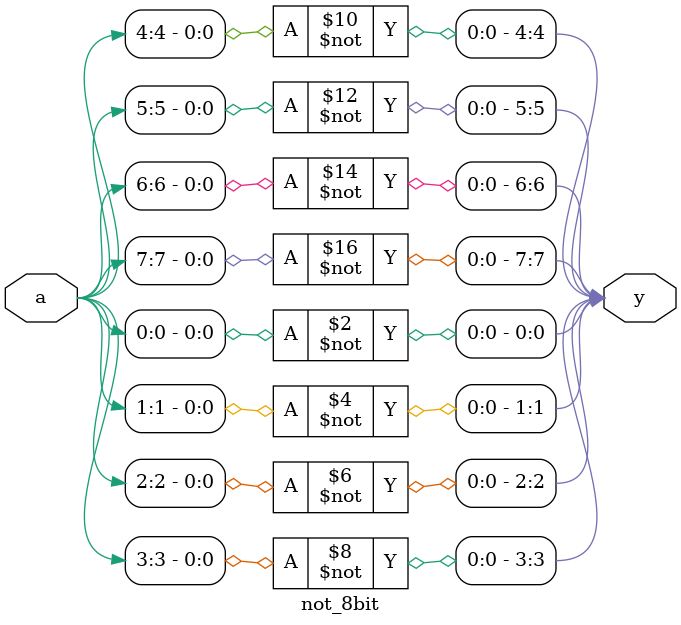
<source format=v>
module not_8bit (
    input       [7:0] a,
    output wire [7:0] y
);

nand (y[0], a[0], a[0]);
nand (y[1], a[1], a[1]);
nand (y[2], a[2], a[2]);
nand (y[3], a[3], a[3]);
nand (y[4], a[4], a[4]);
nand (y[5], a[5], a[5]);
nand (y[6], a[6], a[6]);
nand (y[7], a[7], a[7]);

endmodule
</source>
